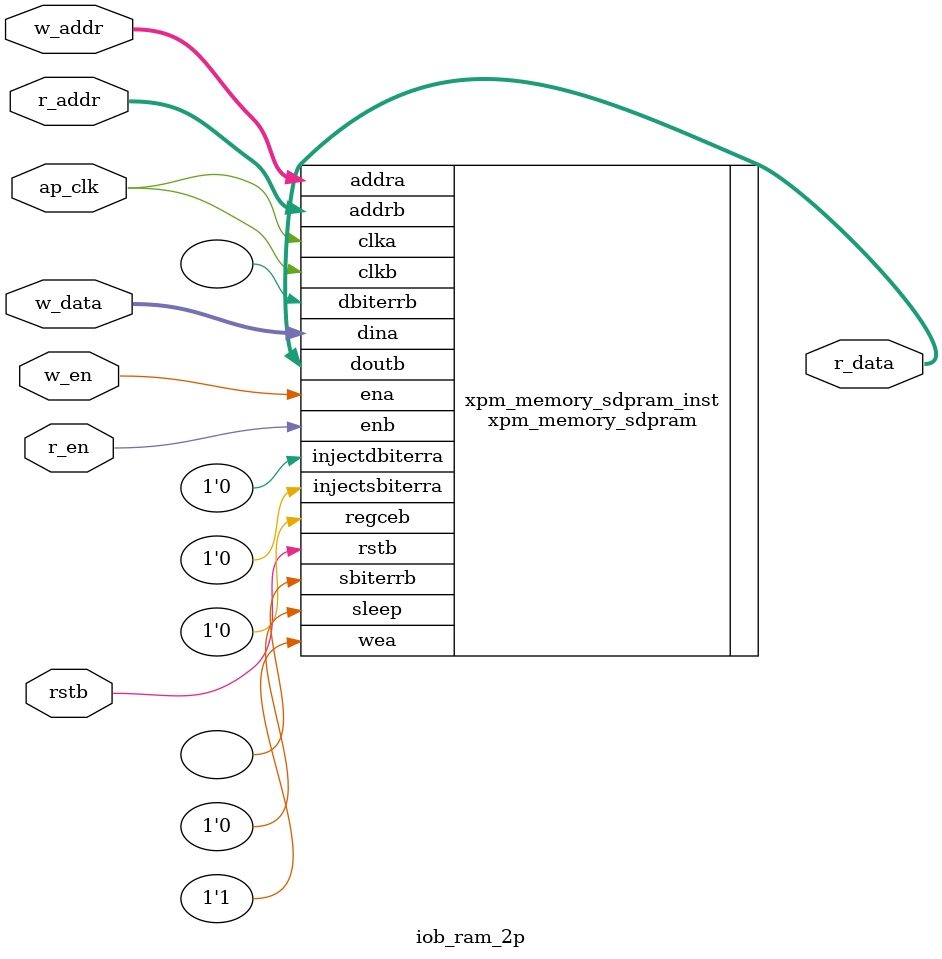
<source format=v>
`timescale 1ns/1ps


//     //write port
//     input                   w_en,
//     input [ADDR_W-1:0]      w_addr,
//     input [DATA_W-1:0]      w_data,

//     //read port
//     input                   r_en,
//     input [ADDR_W-1:0]      r_addr,
//     output reg [DATA_W-1:0] r_data
//     );

//    //this allows ISE 14.7 to work; do not remove
//    localparam mem_init_file_int = HEXFILE;

//    // Declare the RAM
//    reg [DATA_W-1:0]         mem [(2**ADDR_W)-1:0];

//    // Initialize the RAM
//    initial
//      if(mem_init_file_int != "none")
//        $readmemh(mem_init_file_int, mem, 0, (2**ADDR_W) - 1);

//    //read port
//    always @(posedge ap_clk)
//       if(r_en)
//         r_data <= mem[r_addr];

//    //write port
//    always @(posedge ap_clk)
//      if(w_en)
//        mem[w_addr] <= w_data;

// endmodule


`timescale 1ns/1ps

module iob_ram_2p #(
  parameter HEXFILE = "none",
  parameter DATA_W  = 8     ,
  parameter ADDR_W  = 14
) (
  input                   ap_clk,
  input                   rstb  ,
  //write port
  input                   w_en  ,
  input      [ADDR_W-1:0] w_addr,
  input      [DATA_W-1:0] w_data,
  //read port
  input                   r_en  ,
  input      [ADDR_W-1:0] r_addr,
  output reg [DATA_W-1:0] r_data
);

  //this allows ISE 14.7 to work; do not remove
  localparam MEMORY_SIZE       = DATA_W * (2**ADDR_W);
  localparam mem_init_file_int = HEXFILE             ;

  // xpm_memory_sdpram: Simple Dual Port RAM
// Xilinx Parameterized Macro, version 2021.2

  xpm_memory_sdpram #(
    .ADDR_WIDTH_A           (DATA_W           ), // DECIMAL
    .ADDR_WIDTH_B           (DATA_W           ), // DECIMAL
    .AUTO_SLEEP_TIME        (0                ), // DECIMAL
    .BYTE_WRITE_WIDTH_A     (DATA_W           ), // DECIMAL
    .CASCADE_HEIGHT         (0                ), // DECIMAL
    .CLOCKING_MODE          ("common_clock"   ), // String
    .ECC_MODE               ("no_ecc"         ), // String
    .MEMORY_INIT_FILE       (mem_init_file_int), // String
    .MEMORY_INIT_PARAM      ("0"              ), // String
    .MEMORY_OPTIMIZATION    ("true"           ), // String
    .MEMORY_PRIMITIVE       ("auto"           ), // String
    .MEMORY_SIZE            (MEMORY_SIZE      ), // DECIMAL
    .MESSAGE_CONTROL        (0                ), // DECIMAL
    .READ_DATA_WIDTH_B      (DATA_W           ), // DECIMAL
    .READ_LATENCY_B         (1                ), // DECIMAL
    .READ_RESET_VALUE_B     ("0"              ), // String
    .RST_MODE_A             ("SYNC"           ), // String
    .RST_MODE_B             ("SYNC"           ), // String
    .SIM_ASSERT_CHK         (0                ), // DECIMAL; 0=disable simulation messages, 1=enable simulation messages
    .USE_EMBEDDED_CONSTRAINT(0                ), // DECIMAL
    .USE_MEM_INIT           (1                ), // DECIMAL
    .USE_MEM_INIT_MMI       (0                ), // DECIMAL
    .WAKEUP_TIME            ("disable_sleep"  ), // String
    .WRITE_DATA_WIDTH_A     (DATA_W           ), // DECIMAL
    .WRITE_MODE_B           ("no_change"      ), // String
    .WRITE_PROTECT          (1                )  // DECIMAL
  ) xpm_memory_sdpram_inst (
    .dbiterrb      (      ), // 1-bit output: Status signal to indicate double bit error occurrence
    // on the data output of port B.
    
    .doutb         (r_data), // READ_DATA_WIDTH_B-bit output: Data output for port B read operations.
    .sbiterrb      (      ), // 1-bit output: Status signal to indicate single bit error occurrence
    // on the data output of port B.
    
    .addra         (w_addr), // ADDR_WIDTH_A-bit input: Address for port A write operations.
    .addrb         (r_addr), // ADDR_WIDTH_B-bit input: Address for port B read operations.
    .clka          (ap_clk), // 1-bit input: Clock signal for port A. Also clocks port B when
    // parameter CLOCKING_MODE is "common_clock".
    
    .clkb          (ap_clk), // 1-bit input: Clock signal for port B when parameter CLOCKING_MODE is
    // "independent_clock". Unused when parameter CLOCKING_MODE is
    // "common_clock".
    
    .dina          (w_data), // WRITE_DATA_WIDTH_A-bit input: Data input for port A write operations.
    .ena           (w_en  ), // 1-bit input: Memory enable signal for port A. Must be high on clock
    // cycles when write operations are initiated. Pipelined internally.
    
    .enb           (r_en  ), // 1-bit input: Memory enable signal for port B. Must be high on clock
    // cycles when read operations are initiated. Pipelined internally.
    
    .injectdbiterra(1'b0  ), // 1-bit input: Controls double bit error injection on input data when
    // ECC enabled (Error injection capability is not available in
    // "decode_only" mode).
    
    .injectsbiterra(1'b0  ), // 1-bit input: Controls single bit error injection on input data when
    // ECC enabled (Error injection capability is not available in
    // "decode_only" mode).
    
    .regceb        (1'b0  ), // 1-bit input: Clock Enable for the last register stage on the output
    // data path.
    
    .rstb          (rstb  ), // 1-bit input: Reset signal for the final port B output register stage.
    // Synchronously resets output port doutb to the value specified by
    // parameter READ_RESET_VALUE_B.
    
    .sleep         (1'b0  ), // 1-bit input: sleep signal to enable the dynamic power saving feature.
    .wea           (1'b1  ) // WRITE_DATA_WIDTH_A/BYTE_WRITE_WIDTH_A-bit input: Write enable vector
    // for port A input data port dina. 1 bit wide when word-wide writes are
    // used. In byte-wide write configurations, each bit controls the
    // writing one byte of dina to address addra. For example, to
    // synchronously write only bits [15-8] of dina when WRITE_DATA_WIDTH_A
    // is 32, wea would be 4'b0010.
  );

// End of xpm_memory_sdpram_inst instantiation

endmodule



</source>
